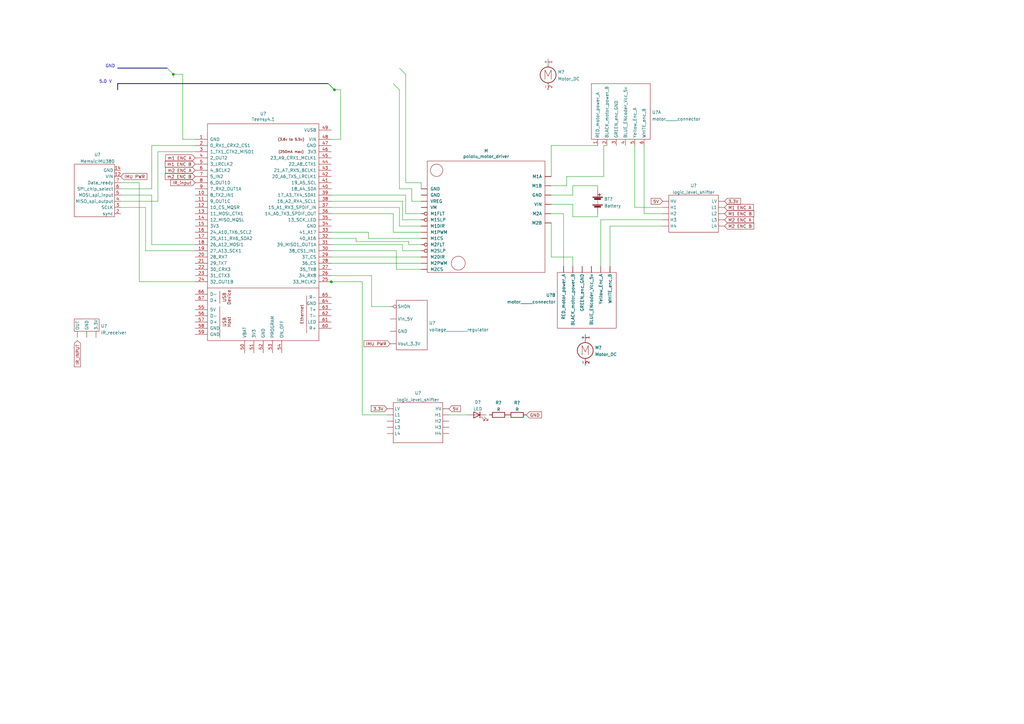
<source format=kicad_sch>
(kicad_sch (version 20210621) (generator eeschema)
  (paper "A3")
  (lib_symbols
    (symbol "Device:Battery" (pin_numbers hide) (pin_names (offset 0) hide)
      (property "Reference" "BT" (at 2.54 2.54 0))
      (property "Value" "Battery" (at 2.54 0 0))
      (symbol "Battery_0_1"
        (rectangle (start -2.032 -1.397) (end 2.032 -1.651) (fill (type outline)))
        (rectangle (start -2.032 1.778) (end 2.032 1.524) (fill (type outline)))
        (rectangle (start -1.3208 -1.9812) (end 1.27 -2.4892) (fill (type outline)))
        (rectangle (start -1.3208 1.1938) (end 1.27 0.6858) (fill (type outline)))
        (polyline (pts (xy 0 -1.524) (xy 0 -1.27)))
        (polyline (pts (xy 0 -1.016) (xy 0 -0.762)))
        (polyline (pts (xy 0 -0.508) (xy 0 -0.254)))
        (polyline (pts (xy 0 0) (xy 0 0.254)))
        (polyline (pts (xy 0 0.508) (xy 0 0.762)))
        (polyline (pts (xy 0 1.778) (xy 0 2.54)))
        (polyline (pts (xy 0.254 2.667) (xy 1.27 2.667)) (stroke (width 0.254)))
        (polyline (pts (xy 0.762 3.175) (xy 0.762 2.159)) (stroke (width 0.254)))
      )
      (symbol "Battery_1_1"
        (pin passive line (at 0 5.08 270) (length 2.54) (name "+") (number "1"))
        (pin passive line (at 0 -5.08 90) (length 2.54) (name "-") (number "2"))
      )
    )
    (symbol "Device:LED" (pin_numbers hide) (pin_names (offset 1.016) hide)
      (property "Reference" "D" (at 0 2.54 0))
      (property "Value" "LED" (at 0 -2.54 0))
      (symbol "LED_0_1"
        (polyline (pts (xy -1.27 -1.27) (xy -1.27 1.27)) (stroke (width 0.254)))
        (polyline (pts (xy -1.27 0) (xy 1.27 0)))
        (polyline (pts (xy 1.27 -1.27) (xy 1.27 1.27) (xy -1.27 0) (xy 1.27 -1.27)) (stroke (width 0.254)))
        (polyline (pts (xy -3.048 -0.762) (xy -4.572 -2.286) (xy -3.81 -2.286) (xy -4.572 -2.286) (xy -4.572 -1.524)))
        (polyline (pts (xy -1.778 -0.762) (xy -3.302 -2.286) (xy -2.54 -2.286) (xy -3.302 -2.286) (xy -3.302 -1.524)))
      )
      (symbol "LED_1_1"
        (pin passive line (at -3.81 0 0) (length 2.54) (name "K") (number "1"))
        (pin passive line (at 3.81 0 180) (length 2.54) (name "A") (number "2"))
      )
    )
    (symbol "Device:R" (pin_numbers hide) (pin_names (offset 0))
      (property "Reference" "R" (at 2.032 0 90))
      (property "Value" "R" (at 0 0 90))
      (symbol "R_0_1"
        (rectangle (start -1.016 -2.54) (end 1.016 2.54) (stroke (width 0.254)))
      )
      (symbol "R_1_1"
        (pin passive line (at 0 3.81 270) (length 1.27) (name "~") (number "1"))
        (pin passive line (at 0 -3.81 90) (length 1.27) (name "~") (number "2"))
      )
    )
    (symbol "Motor:Motor_DC" (pin_names (offset 0))
      (property "Reference" "M" (at 2.54 2.54 0))
      (property "Value" "Motor_DC" (at 2.54 -5.08 0))
      (symbol "Motor_DC_0_0"
        (polyline (pts (xy -1.27 -3.302) (xy -1.27 0.508) (xy 0 -2.032) (xy 1.27 0.508) (xy 1.27 -3.302)))
      )
      (symbol "Motor_DC_0_1"
        (circle (center 0 -1.524) (radius 3.2512) (stroke (width 0.254)))
        (polyline (pts (xy 0 -7.62) (xy 0 -7.112)))
        (polyline (pts (xy 0 -4.7752) (xy 0 -5.1816)))
        (polyline (pts (xy 0 1.7272) (xy 0 2.0828)))
        (polyline (pts (xy 0 2.032) (xy 0 2.54)))
      )
      (symbol "Motor_DC_1_1"
        (pin passive line (at 0 5.08 270) (length 2.54) (name "+") (number "1"))
        (pin passive line (at 0 -7.62 90) (length 2.54) (name "-") (number "2"))
      )
    )
    (symbol "logic_level_shifter_1"
      (property "Reference" "U?" (at 0 0.1058 0))
      (property "Value" "logic_level_shifter" (at 0 -2.6693 0))
      (symbol "logic_level_shifter_1_0_1"
        (rectangle (start -10.16 -3.81) (end 10.16 -20.32) (stroke (width 0.1524)))
      )
      (symbol "logic_level_shifter_1_1_1"
        (pin bidirectional line (at 12.7 -8.89 180) (length 2.54) (name "H1") (number ""))
        (pin bidirectional line (at 12.7 -11.43 180) (length 2.54) (name "H2") (number ""))
        (pin bidirectional line (at 12.7 -13.97 180) (length 2.54) (name "H3") (number ""))
        (pin bidirectional line (at 12.7 -16.51 180) (length 2.54) (name "H4") (number ""))
        (pin input line (at 12.7 -6.35 180) (length 2.54) (name "HV") (number ""))
        (pin bidirectional line (at -12.7 -8.89 0) (length 2.54) (name "L1") (number ""))
        (pin bidirectional line (at -12.7 -11.43 0) (length 2.54) (name "L2") (number ""))
        (pin bidirectional line (at -12.7 -13.97 0) (length 2.54) (name "L3") (number ""))
        (pin bidirectional line (at -12.7 -16.51 0) (length 2.54) (name "L4") (number ""))
        (pin input line (at -12.7 -6.35 0) (length 2.54) (name "LV") (number ""))
      )
    )
    (symbol "motor_____connector_1" (pin_numbers hide)
      (property "Reference" "U" (at 0 0 0))
      (property "Value" "motor_____connector_1" (at 0 0 0))
      (symbol "motor_____connector_1_0_1"
        (rectangle (start -10.16 -2.54) (end 13.97 -25.4) (stroke (width 0.1524)))
      )
      (symbol "motor_____connector_1_1_1"
        (pin input line (at -7.62 -27.94 90) (length 2.54) (name "RED_motor_power_A") (number "1"))
        (pin input line (at -3.81 -27.94 90) (length 2.54) (name "BLACK_motor_power_B") (number "2"))
        (pin input line (at 0 -27.94 90) (length 2.54) (name "GREEN_enc_GND") (number "3"))
        (pin input line (at 3.81 -27.94 90) (length 2.54) (name "BLUE_ENcoder_Vcc_5v") (number "4"))
        (pin output line (at 7.62 -27.94 90) (length 2.54) (name "Yellow_Enc_A") (number "5"))
        (pin output line (at 11.43 -27.94 90) (length 2.54) (name "WHITE_enc_B") (number "6"))
      )
      (symbol "motor_____connector_1_2_1"
        (pin input line (at -3.81 -27.94 90) (length 2.54) (name "BLACK_motor_power_B") (number "-UB"))
        (pin output line (at 7.62 -27.94 90) (length 2.54) (name "Yellow_Enc_A") (number "-UB"))
        (pin input line (at -7.62 -27.94 90) (length 2.54) (name "RED_motor_power_A") (number "1-UB"))
        (pin input line (at 0 -27.94 90) (length 2.54) (name "GREEN_enc_GND") (number "3-UB"))
        (pin input line (at 3.81 -27.94 90) (length 2.54) (name "BLUE_ENcoder_Vcc_5v") (number "4-UB"))
        (pin output line (at 11.43 -27.94 90) (length 2.54) (name "WHITE_enc_B") (number "6-UB"))
      )
    )
    (symbol "teensy:Teensy4.1" (pin_names (offset 1.016))
      (property "Reference" "U" (at 0 64.77 0))
      (property "Value" "Teensy4.1" (at 0 62.23 0))
      (symbol "Teensy4.1_0_0"
        (text "(250mA max)" (at 11.43 49.53 0) (effects (font (size 1.016 1.016))))
        (text "(3.6v to 5.5v)" (at 11.43 54.61 0) (effects (font (size 1.016 1.016))))
        (text "Device" (at -13.97 -10.16 900) (effects (font (size 1.27 1.27))))
        (text "Ethernet" (at 15.875 -17.145 900) (effects (font (size 1.27 1.27))))
        (text "Host" (at -13.97 -20.32 900) (effects (font (size 1.27 1.27))))
        (text "USB" (at -15.875 -20.32 900) (effects (font (size 1.27 1.27))))
        (text "USB" (at -15.875 -10.16 900) (effects (font (size 1.27 1.27))))
        (polyline (pts (xy -22.86 -6.35) (xy 22.86 -6.35)))
        (polyline (pts (xy -17.78 -26.67) (xy -17.78 -13.97)))
        (polyline (pts (xy -17.78 -7.62) (xy -17.78 -12.7)))
        (polyline (pts (xy 17.78 -9.525) (xy 17.78 -24.765)))
        (pin bidirectional line (at -27.94 31.75 0) (length 5.08) (name "8_TX2_IN1") (number "10"))
        (pin bidirectional line (at -27.94 29.21 0) (length 5.08) (name "9_OUT1C") (number "11"))
        (pin bidirectional line (at -27.94 26.67 0) (length 5.08) (name "10_CS_MQSR") (number "12"))
        (pin bidirectional line (at -27.94 24.13 0) (length 5.08) (name "11_MOSI_CTX1") (number "13"))
        (pin bidirectional line (at -27.94 21.59 0) (length 5.08) (name "12_MISO_MQSL") (number "14"))
        (pin power_in line (at -27.94 19.05 0) (length 5.08) (name "3V3") (number "15"))
        (pin bidirectional line (at -27.94 16.51 0) (length 5.08) (name "24_A10_TX6_SCL2") (number "16"))
        (pin bidirectional line (at -27.94 13.97 0) (length 5.08) (name "25_A11_RX6_SDA2") (number "17"))
        (pin bidirectional line (at -27.94 11.43 0) (length 5.08) (name "26_A12_MOSI1") (number "18"))
        (pin bidirectional line (at -27.94 8.89 0) (length 5.08) (name "27_A13_SCK1") (number "19"))
        (pin bidirectional line (at -27.94 6.35 0) (length 5.08) (name "28_RX7") (number "20"))
        (pin bidirectional line (at -27.94 3.81 0) (length 5.08) (name "29_TX7") (number "21"))
        (pin bidirectional line (at -27.94 1.27 0) (length 5.08) (name "30_CRX3") (number "22"))
        (pin bidirectional line (at -27.94 -1.27 0) (length 5.08) (name "31_CTX3") (number "23"))
        (pin bidirectional line (at -27.94 -3.81 0) (length 5.08) (name "32_OUT1B") (number "24"))
        (pin bidirectional line (at 27.94 -3.81 180) (length 5.08) (name "33_MCLK2") (number "25"))
        (pin bidirectional line (at 27.94 -1.27 180) (length 5.08) (name "34_RX8") (number "26"))
        (pin bidirectional line (at 27.94 1.27 180) (length 5.08) (name "35_TX8") (number "27"))
        (pin bidirectional line (at 27.94 3.81 180) (length 5.08) (name "36_CS") (number "28"))
        (pin bidirectional line (at 27.94 6.35 180) (length 5.08) (name "37_CS") (number "29"))
        (pin bidirectional line (at 27.94 8.89 180) (length 5.08) (name "38_CS1_IN1") (number "30"))
        (pin bidirectional line (at 27.94 11.43 180) (length 5.08) (name "39_MISO1_OUT1A") (number "31"))
        (pin bidirectional line (at 27.94 13.97 180) (length 5.08) (name "40_A16") (number "32"))
        (pin bidirectional line (at 27.94 16.51 180) (length 5.08) (name "41_A17") (number "33"))
        (pin bidirectional line (at 27.94 21.59 180) (length 5.08) (name "13_SCK_LED") (number "35"))
        (pin bidirectional line (at 27.94 24.13 180) (length 5.08) (name "14_A0_TX3_SPDIF_OUT") (number "36"))
        (pin bidirectional line (at 27.94 26.67 180) (length 5.08) (name "15_A1_RX3_SPDIF_IN") (number "37"))
        (pin bidirectional line (at 27.94 29.21 180) (length 5.08) (name "16_A2_RX4_SCL1") (number "38"))
        (pin bidirectional line (at 27.94 31.75 180) (length 5.08) (name "17_A3_TX4_SDA1") (number "39"))
        (pin bidirectional line (at 27.94 34.29 180) (length 5.08) (name "18_A4_SDA") (number "40"))
        (pin bidirectional line (at 27.94 36.83 180) (length 5.08) (name "19_A5_SCL") (number "41"))
        (pin bidirectional line (at 27.94 39.37 180) (length 5.08) (name "20_A6_TX5_LRCLK1") (number "42"))
        (pin bidirectional line (at 27.94 41.91 180) (length 5.08) (name "21_A7_RX5_BCLK1") (number "43"))
        (pin bidirectional line (at 27.94 44.45 180) (length 5.08) (name "22_A8_CTX1") (number "44"))
        (pin bidirectional line (at 27.94 46.99 180) (length 5.08) (name "23_A9_CRX1_MCLK1") (number "45"))
        (pin output line (at 27.94 49.53 180) (length 5.08) (name "3V3") (number "46"))
        (pin output line (at 27.94 52.07 180) (length 5.08) (name "GND") (number "47"))
        (pin power_in line (at 27.94 54.61 180) (length 5.08) (name "VIN") (number "48"))
        (pin power_out line (at 27.94 58.42 180) (length 5.08) (name "VUSB") (number "49"))
        (pin bidirectional line (at -27.94 44.45 0) (length 5.08) (name "3_LRCLK2") (number "5"))
        (pin power_in line (at -7.62 -33.02 90) (length 5.08) (name "VBAT") (number "50"))
        (pin power_in line (at -3.81 -33.02 90) (length 5.08) (name "3V3") (number "51"))
        (pin input line (at 0 -33.02 90) (length 5.08) (name "GND") (number "52"))
        (pin input line (at 3.81 -33.02 90) (length 5.08) (name "PROGRAM") (number "53"))
        (pin input line (at 7.62 -33.02 90) (length 5.08) (name "ON_OFF") (number "54"))
        (pin power_out line (at -27.94 -15.24 0) (length 5.08) (name "5V") (number "55"))
        (pin bidirectional line (at -27.94 -17.78 0) (length 5.08) (name "D-") (number "56"))
        (pin bidirectional line (at -27.94 -20.32 0) (length 5.08) (name "D+") (number "57"))
        (pin power_in line (at -27.94 -22.86 0) (length 5.08) (name "GND") (number "58"))
        (pin power_in line (at -27.94 -25.4 0) (length 5.08) (name "GND") (number "59"))
        (pin bidirectional line (at -27.94 41.91 0) (length 5.08) (name "4_BCLK2") (number "6"))
        (pin bidirectional line (at 27.94 -22.86 180) (length 5.08) (name "R+") (number "60"))
        (pin bidirectional line (at 27.94 -20.32 180) (length 5.08) (name "LED") (number "61"))
        (pin bidirectional line (at 27.94 -17.78 180) (length 5.08) (name "T-") (number "62"))
        (pin bidirectional line (at 27.94 -15.24 180) (length 5.08) (name "T+") (number "63"))
        (pin power_in line (at 27.94 -12.7 180) (length 5.08) (name "GND") (number "64"))
        (pin bidirectional line (at 27.94 -10.16 180) (length 5.08) (name "R-") (number "65"))
        (pin bidirectional line (at -27.94 -8.89 0) (length 5.08) (name "D-") (number "66"))
        (pin bidirectional line (at -27.94 -11.43 0) (length 5.08) (name "D+") (number "67"))
        (pin bidirectional line (at -27.94 39.37 0) (length 5.08) (name "5_IN2") (number "7"))
        (pin bidirectional line (at -27.94 36.83 0) (length 5.08) (name "6_OUT1D") (number "8"))
        (pin bidirectional line (at -27.94 34.29 0) (length 5.08) (name "7_RX2_OUT1A") (number "9"))
      )
      (symbol "Teensy4.1_0_1"
        (rectangle (start -22.86 60.96) (end 22.86 -27.94))
        (rectangle (start -20.32 -1.27) (end -20.32 -1.27))
      )
      (symbol "Teensy4.1_1_1"
        (pin power_in line (at -27.94 54.61 0) (length 5.08) (name "GND") (number "1"))
        (pin bidirectional line (at -27.94 52.07 0) (length 5.08) (name "0_RX1_CRX2_CS1") (number "2"))
        (pin bidirectional line (at -27.94 49.53 0) (length 5.08) (name "1_TX1_CTX2_MISO1") (number "3"))
        (pin power_in line (at 27.94 19.05 180) (length 5.08) (name "GND") (number "34"))
        (pin bidirectional line (at -27.94 46.99 0) (length 5.08) (name "2_OUT2") (number "4"))
      )
    )
    (symbol "teetest:IR_receiver"
      (property "Reference" "U" (at 0 -1.27 0))
      (property "Value" "IR_receiver" (at 0 -1.27 0))
      (symbol "IR_receiver_0_1"
        (rectangle (start -5.08 -2.54) (end 5.08 -7.62) (stroke (width 0.1524)))
      )
      (symbol "IR_receiver_1_1"
        (pin input line (at 3.81 -10.16 90) (length 2.54) (name "3.3V") (number ""))
        (pin input line (at 0 -10.16 90) (length 2.54) (name "GND") (number ""))
        (pin input line (at -3.81 -10.16 90) (length 2.54) (name "OUT") (number ""))
      )
    )
    (symbol "teetest:MemsicIMU380"
      (property "Reference" "U" (at 0 1.27 0))
      (property "Value" "MemsicIMU380" (at 0 1.27 0))
      (symbol "MemsicIMU380_0_1"
        (rectangle (start -7.62 0) (end 13.97 -16.51) (stroke (width 0.1524)))
      )
      (symbol "MemsicIMU380_1_1"
        (pin input line (at 8.89 -19.05 90) (length 2.54) (name "VIN") (number "12"))
        (pin input line (at 11.43 -19.05 90) (length 2.54) (name "GND") (number "14"))
        (pin input line (at -6.35 -19.05 90) (length 2.54) (name "sync") (number "2"))
        (pin input line (at -3.81 -19.05 90) (length 2.54) (name "SCLK") (number "3"))
        (pin output line (at -1.27 -19.05 90) (length 2.54) (name "MISO_spi_output") (number "4"))
        (pin input line (at 1.27 -19.05 90) (length 2.54) (name "MOSI_spi_input") (number "5"))
        (pin input line (at 3.81 -19.05 90) (length 2.54) (name "SPI_chip_select") (number "6"))
        (pin output line (at 6.35 -19.05 90) (length 2.54) (name "Data_ready") (number "7"))
      )
    )
    (symbol "teetest:logic_level_shifter"
      (property "Reference" "U" (at 0 0 0))
      (property "Value" "logic_level_shifter" (at 0 0 0))
      (symbol "logic_level_shifter_0_1"
        (rectangle (start -10.16 -3.81) (end 10.16 -19.05) (stroke (width 0.1524)))
      )
      (symbol "logic_level_shifter_1_1"
        (pin bidirectional line (at 12.7 -8.89 180) (length 2.54) (name "H1") (number ""))
        (pin bidirectional line (at 12.7 -11.43 180) (length 2.54) (name "H2") (number ""))
        (pin bidirectional line (at 12.7 -13.97 180) (length 2.54) (name "H3") (number ""))
        (pin bidirectional line (at 12.7 -16.51 180) (length 2.54) (name "H4") (number ""))
        (pin input line (at 12.7 -6.35 180) (length 2.54) (name "HV") (number ""))
        (pin bidirectional line (at -12.7 -8.89 0) (length 2.54) (name "L1") (number ""))
        (pin bidirectional line (at -12.7 -11.43 0) (length 2.54) (name "L2") (number ""))
        (pin bidirectional line (at -12.7 -13.97 0) (length 2.54) (name "L3") (number ""))
        (pin bidirectional line (at -12.7 -16.51 0) (length 2.54) (name "L4") (number ""))
        (pin input line (at -12.7 -6.35 0) (length 2.54) (name "LV") (number ""))
      )
    )
    (symbol "teetest:motor_____connector"
      (property "Reference" "U" (at 0 0 0))
      (property "Value" "motor_____connector" (at 0 0 0))
      (symbol "motor_____connector_0_1"
        (rectangle (start -10.16 -2.54) (end 13.97 -25.4) (stroke (width 0.1524)))
      )
      (symbol "motor_____connector_1_1"
        (pin input line (at -7.62 -27.94 90) (length 2.54) (name "RED_motor_power_A") (number "1"))
        (pin input line (at -3.81 -27.94 90) (length 2.54) (name "BLACK_motor_power_B") (number "2"))
        (pin input line (at 0 -27.94 90) (length 2.54) (name "GREEN_enc_GND") (number "3"))
        (pin input line (at 3.81 -27.94 90) (length 2.54) (name "BLUE_ENcoder_Vcc_5v") (number "4"))
        (pin output line (at 7.62 -27.94 90) (length 2.54) (name "Yellow_Enc_A") (number "5"))
        (pin output line (at 11.43 -27.94 90) (length 2.54) (name "WHITE_enc_B") (number "6"))
      )
      (symbol "motor_____connector_2_1"
        (pin input line (at -3.81 -27.94 90) (length 2.54) (name "BLACK_motor_power_B") (number "-UB"))
        (pin output line (at 7.62 -27.94 90) (length 2.54) (name "Yellow_Enc_A") (number "-UB"))
        (pin input line (at -7.62 -27.94 90) (length 2.54) (name "RED_motor_power_A") (number "1-UB"))
        (pin input line (at 0 -27.94 90) (length 2.54) (name "GREEN_enc_GND") (number "3-UB"))
        (pin input line (at 3.81 -27.94 90) (length 2.54) (name "BLUE_ENcoder_Vcc_5v") (number "4-UB"))
        (pin output line (at 11.43 -27.94 90) (length 2.54) (name "WHITE_enc_B") (number "6-UB"))
      )
    )
    (symbol "teetest:voltage_________regulator"
      (property "Reference" "U" (at 0 0 0))
      (property "Value" "voltage_________regulator" (at 0 0 0))
      (symbol "voltage_________regulator_0_1"
        (rectangle (start -10.16 -2.54) (end 10.16 -15.24) (stroke (width 0.1524)))
      )
      (symbol "voltage_________regulator_1_1"
        (pin input line (at 2.54 -17.78 90) (length 2.54) (name "GND") (number ""))
        (pin input inverted (at -7.62 -17.78 90) (length 2.54) (name "SHDN") (number ""))
        (pin input line (at -2.54 -17.78 90) (length 2.54) (name "Vin_5V") (number ""))
        (pin input line (at 7.62 -17.78 90) (length 2.54) (name "Vout_3.3V") (number ""))
      )
    )
    (symbol "teetest_kikad:pololu_motor_driver" (pin_numbers hide) (pin_names (offset 1.2192))
      (property "Reference" "M" (at -3.81 39.37 0))
      (property "Value" "pololu_motor_driver" (at -3.81 39.37 0))
      (symbol "pololu_motor_driver_0_1"
        (circle (center -15.24 34.29) (radius 2.54))
        (circle (center -6.35 -3.81) (radius 2.8448))
        (rectangle (start -19.05 38.1) (end 29.21 -7.62))
      )
      (symbol "pololu_motor_driver_1_1"
        (pin output line (at -21.59 24.13 0) (length 2.54) (name "GND") (number "~"))
        (pin output line (at -21.59 26.67 0) (length 2.54) (name "GND") (number "~"))
        (pin output line (at 31.75 24.13 180) (length 2.54) (name "GND") (number "~"))
        (pin output line (at 31.75 31.75 180) (length 2.54) (name "M1A") (number "~"))
        (pin output line (at 31.75 27.94 180) (length 2.54) (name "M1B") (number "~"))
        (pin output line (at -21.59 6.35 0) (length 2.54) (name "M1CS") (number "~"))
        (pin output line (at -21.59 11.43 0) (length 2.54) (name "M1DIR") (number "~"))
        (pin output inverted (at -21.59 16.51 0) (length 2.54) (name "M1FLT") (number "~"))
        (pin output line (at -21.59 8.89 0) (length 2.54) (name "M1PWM") (number "~"))
        (pin output inverted (at -21.59 13.97 0) (length 2.54) (name "M1SLP") (number "~"))
        (pin output line (at 31.75 16.51 180) (length 2.54) (name "M2A") (number "~"))
        (pin output line (at 31.75 12.7 180) (length 2.54) (name "M2B") (number "~"))
        (pin output line (at -21.59 -6.35 0) (length 2.54) (name "M2CS") (number "~"))
        (pin output line (at -21.59 -1.27 0) (length 2.54) (name "M2DIR") (number "~"))
        (pin output inverted (at -21.59 3.81 0) (length 2.54) (name "M2FLT") (number "~"))
        (pin output line (at -21.59 -3.81 0) (length 2.54) (name "M2PWM") (number "~"))
        (pin output inverted (at -21.59 1.27 0) (length 2.54) (name "M2SLP") (number "~"))
        (pin output line (at 31.75 20.32 180) (length 2.54) (name "VIN") (number "~"))
        (pin output line (at -21.59 19.05 0) (length 2.54) (name "VM") (number "~"))
        (pin output line (at -21.59 21.59 0) (length 2.54) (name "VREG") (number "~"))
      )
    )
  )
  (junction (at 71.12 30.48))
  (junction (at 135.89 115.57))
  (junction (at 137.16 36.83))
  (bus_entry (at 68.58 27.94) (size 2.54 2.54))
  (bus_entry (at 134.62 34.29) (size 2.54 2.54))
  (bus_entry (at 134.62 34.29) (size 2.54 2.54))
  (bus_entry (at 161.29 34.29) (size 2.54 2.54))
  (bus_entry (at 163.83 27.94) (size 2.54 2.54))
  (wire (pts (xy 49.53 74.93) (xy 57.15 74.93)))
  (wire (pts (xy 49.53 77.47) (xy 62.23 77.47)))
  (wire (pts (xy 49.53 80.01) (xy 62.23 80.01)))
  (wire (pts (xy 49.53 82.55) (xy 64.77 82.55)))
  (wire (pts (xy 49.53 85.09) (xy 59.69 85.09)))
  (wire (pts (xy 57.15 74.93) (xy 57.15 115.57)))
  (wire (pts (xy 57.15 115.57) (xy 80.01 115.57)))
  (wire (pts (xy 59.69 85.09) (xy 59.69 102.87)))
  (wire (pts (xy 59.69 102.87) (xy 80.01 102.87)))
  (wire (pts (xy 62.23 59.69) (xy 80.01 59.69)))
  (wire (pts (xy 62.23 77.47) (xy 62.23 59.69)))
  (wire (pts (xy 62.23 80.01) (xy 62.23 100.33)))
  (wire (pts (xy 62.23 100.33) (xy 80.01 100.33)))
  (wire (pts (xy 64.77 62.23) (xy 80.01 62.23)))
  (wire (pts (xy 64.77 82.55) (xy 64.77 62.23)))
  (wire (pts (xy 71.12 30.48) (xy 74.93 30.48)))
  (wire (pts (xy 71.12 31.75) (xy 71.12 30.48)))
  (wire (pts (xy 74.93 30.48) (xy 74.93 57.15)))
  (wire (pts (xy 74.93 57.15) (xy 80.01 57.15)))
  (wire (pts (xy 134.62 115.57) (xy 135.89 115.57)))
  (wire (pts (xy 135.89 57.15) (xy 139.7 57.15)))
  (wire (pts (xy 135.89 80.01) (xy 166.37 80.01)))
  (wire (pts (xy 135.89 82.55) (xy 165.1 82.55)))
  (wire (pts (xy 135.89 85.09) (xy 163.83 85.09)))
  (wire (pts (xy 135.89 87.63) (xy 161.29 87.63)))
  (wire (pts (xy 135.89 95.25) (xy 151.13 95.25)))
  (wire (pts (xy 135.89 97.79) (xy 146.05 97.79)))
  (wire (pts (xy 135.89 100.33) (xy 165.1 100.33)))
  (wire (pts (xy 135.89 102.87) (xy 162.56 102.87)))
  (wire (pts (xy 135.89 105.41) (xy 172.72 105.41)))
  (wire (pts (xy 135.89 107.95) (xy 172.72 107.95)))
  (wire (pts (xy 135.89 113.03) (xy 152.4 113.03)))
  (wire (pts (xy 135.89 115.57) (xy 148.59 115.57)))
  (wire (pts (xy 139.7 36.83) (xy 137.16 36.83)))
  (wire (pts (xy 139.7 57.15) (xy 139.7 36.83)))
  (wire (pts (xy 146.05 99.06) (xy 146.05 97.79)))
  (wire (pts (xy 148.59 170.18) (xy 148.59 115.57)))
  (wire (pts (xy 151.13 97.79) (xy 151.13 95.25)))
  (wire (pts (xy 152.4 113.03) (xy 152.4 125.73)))
  (wire (pts (xy 152.4 125.73) (xy 160.02 125.73)))
  (wire (pts (xy 158.75 170.18) (xy 148.59 170.18)))
  (wire (pts (xy 161.29 95.25) (xy 161.29 87.63)))
  (wire (pts (xy 162.56 110.49) (xy 162.56 102.87)))
  (wire (pts (xy 163.83 36.83) (xy 163.83 77.47)))
  (wire (pts (xy 163.83 77.47) (xy 168.91 77.47)))
  (wire (pts (xy 163.83 92.71) (xy 163.83 85.09)))
  (wire (pts (xy 165.1 90.17) (xy 165.1 82.55)))
  (wire (pts (xy 165.1 102.87) (xy 165.1 100.33)))
  (wire (pts (xy 166.37 30.48) (xy 166.37 74.93)))
  (wire (pts (xy 166.37 74.93) (xy 172.72 74.93)))
  (wire (pts (xy 166.37 87.63) (xy 166.37 80.01)))
  (wire (pts (xy 167.64 99.06) (xy 146.05 99.06)))
  (wire (pts (xy 167.64 100.33) (xy 167.64 99.06)))
  (wire (pts (xy 168.91 77.47) (xy 168.91 82.55)))
  (wire (pts (xy 168.91 82.55) (xy 172.72 82.55)))
  (wire (pts (xy 172.72 74.93) (xy 172.72 77.47)))
  (wire (pts (xy 172.72 87.63) (xy 166.37 87.63)))
  (wire (pts (xy 172.72 90.17) (xy 165.1 90.17)))
  (wire (pts (xy 172.72 92.71) (xy 163.83 92.71)))
  (wire (pts (xy 172.72 95.25) (xy 161.29 95.25)))
  (wire (pts (xy 172.72 97.79) (xy 151.13 97.79)))
  (wire (pts (xy 172.72 100.33) (xy 167.64 100.33)))
  (wire (pts (xy 172.72 102.87) (xy 165.1 102.87)))
  (wire (pts (xy 172.72 110.49) (xy 162.56 110.49)))
  (wire (pts (xy 184.15 170.18) (xy 191.77 170.18)))
  (wire (pts (xy 226.06 59.69) (xy 245.11 59.69)))
  (wire (pts (xy 226.06 72.39) (xy 226.06 59.69)))
  (wire (pts (xy 226.06 76.2) (xy 232.41 76.2)))
  (wire (pts (xy 226.06 80.01) (xy 234.95 80.01)))
  (wire (pts (xy 226.06 83.82) (xy 234.95 83.82)))
  (wire (pts (xy 226.06 87.63) (xy 231.14 87.63)))
  (wire (pts (xy 226.06 91.44) (xy 226.06 105.41)))
  (wire (pts (xy 226.06 105.41) (xy 234.95 105.41)))
  (wire (pts (xy 231.14 87.63) (xy 231.14 109.22)))
  (wire (pts (xy 232.41 72.39) (xy 247.65 72.39)))
  (wire (pts (xy 232.41 76.2) (xy 232.41 72.39)))
  (wire (pts (xy 234.95 76.2) (xy 245.11 76.2)))
  (wire (pts (xy 234.95 80.01) (xy 234.95 76.2)))
  (wire (pts (xy 234.95 83.82) (xy 234.95 88.9)))
  (wire (pts (xy 234.95 88.9) (xy 245.11 88.9)))
  (wire (pts (xy 234.95 105.41) (xy 234.95 109.22)))
  (wire (pts (xy 245.11 76.2) (xy 245.11 77.47)))
  (wire (pts (xy 245.11 87.63) (xy 245.11 88.9)))
  (wire (pts (xy 246.38 90.17) (xy 271.78 90.17)))
  (wire (pts (xy 246.38 109.22) (xy 246.38 90.17)))
  (wire (pts (xy 247.65 59.69) (xy 247.65 72.39)))
  (wire (pts (xy 248.92 59.69) (xy 247.65 59.69)))
  (wire (pts (xy 250.19 92.71) (xy 271.78 92.71)))
  (wire (pts (xy 250.19 109.22) (xy 250.19 92.71)))
  (wire (pts (xy 260.35 59.69) (xy 260.35 85.09)))
  (wire (pts (xy 260.35 85.09) (xy 271.78 85.09)))
  (wire (pts (xy 264.16 59.69) (xy 264.16 87.63)))
  (wire (pts (xy 264.16 87.63) (xy 271.78 87.63)))
  (bus (pts (xy 48.26 27.94) (xy 187.96 27.94)))
  (bus (pts (xy 48.26 34.29) (xy 48.26 36.83)))
  (bus (pts (xy 48.26 34.29) (xy 184.15 34.29)))
  (text "5.0 V" (at 40.64 34.29 0) (effects (font (size 1.27 1.27)) (justify left bottom)))
  (text "GND" (at 43.18 27.94 0) (effects (font (size 1.27 1.27)) (justify left bottom)))
  (global_label "IR_INPUT" (shape input) (at 31.75 139.7 270) (property "Intersheet References" "${INTERSHEET_REFS}" (effects hide)))
  (global_label "IMU PWR" (shape input) (at 49.53 72.39 0) (property "Intersheet References" "${INTERSHEET_REFS}" (effects hide)))
  (global_label "m1 ENC A" (shape input) (at 80.01 64.77 180) (property "Intersheet References" "${INTERSHEET_REFS}" (effects hide)))
  (global_label "m1 ENC B" (shape input) (at 80.01 67.31 180) (property "Intersheet References" "${INTERSHEET_REFS}" (effects hide)))
  (global_label "m2 ENC A" (shape input) (at 80.01 69.85 180) (property "Intersheet References" "${INTERSHEET_REFS}" (effects hide)))
  (global_label "m2 ENC B" (shape input) (at 80.01 72.39 180) (property "Intersheet References" "${INTERSHEET_REFS}" (effects hide)))
  (global_label "IR_input" (shape input) (at 80.01 74.93 180) (property "Intersheet References" "${INTERSHEET_REFS}" (effects hide)))
  (global_label "3.3V" (shape input) (at 158.75 167.64 180) (property "Intersheet References" "${INTERSHEET_REFS}" (effects hide)))
  (global_label "IMU PWR" (shape input) (at 160.02 140.97 180) (property "Intersheet References" "${INTERSHEET_REFS}" (effects hide)))
  (global_label "5V" (shape input) (at 184.15 167.64 0) (property "Intersheet References" "${INTERSHEET_REFS}" (effects hide)))
  (global_label "GND" (shape input) (at 215.9 170.18 0) (property "Intersheet References" "${INTERSHEET_REFS}" (effects hide)))
  (global_label "5V" (shape input) (at 271.78 82.55 180) (property "Intersheet References" "${INTERSHEET_REFS}" (effects hide)))
  (global_label "3.3V" (shape input) (at 297.18 82.55 0) (property "Intersheet References" "${INTERSHEET_REFS}" (effects hide)))
  (global_label "M1 ENC A" (shape input) (at 297.18 85.09 0) (property "Intersheet References" "${INTERSHEET_REFS}" (effects hide)))
  (global_label "M1 ENC B" (shape input) (at 297.18 87.63 0) (property "Intersheet References" "${INTERSHEET_REFS}" (effects hide)))
  (global_label "M2 ENC A" (shape input) (at 297.18 90.17 0) (property "Intersheet References" "${INTERSHEET_REFS}" (effects hide)))
  (global_label "M2 ENC B" (shape input) (at 297.18 92.71 0) (property "Intersheet References" "${INTERSHEET_REFS}" (effects hide)))
  (symbol (lib_id "Device:R") (at 204.47 170.18 270) (unit 1)
    (property "Reference" "R?" (at 204.47 165.1974 90))
    (property "Value" "R" (at 204.47 167.9725 90))
  )
  (symbol (lib_id "Device:R") (at 212.09 170.18 270) (mirror x) (unit 1)
    (property "Reference" "R?" (at 212.09 165.1974 90))
    (property "Value" "R" (at 212.09 167.9725 90))
  )
  (symbol (lib_id "Device:LED") (at 195.58 170.18 0) (mirror y) (unit 1)
    (property "Reference" "D?" (at 195.961 164.9434 0))
    (property "Value" "LED" (at 195.961 167.7185 0))
  )
  (symbol (lib_id "Device:Battery") (at 245.11 82.55 0) (unit 1)
    (property "Reference" "BT?" (at 247.7771 81.6415 0) (effects (justify left)))
    (property "Value" "Battery" (at 247.7771 84.4166 0) (effects (justify left)))
  )
  (symbol (lib_id "teetest:IR_receiver") (at 35.56 128.27 0) (unit 1)
    (property "Reference" "U?" (at 41.3513 133.6734 0) (effects (justify left)))
    (property "Value" "IR_receiver" (at 41.3513 136.4485 0) (effects (justify left)))
  )
  (symbol (lib_id "Motor:Motor_DC") (at 224.79 29.21 0) (unit 1)
    (property "Reference" "M?" (at 228.8033 29.5715 0) (effects (justify left)))
    (property "Value" "Motor_DC" (at 228.8033 32.3466 0) (effects (justify left)))
  )
  (symbol (lib_id "Motor:Motor_DC") (at 240.03 142.24 0) (unit 1)
    (property "Reference" "M?" (at 244.0433 142.6015 0) (effects (justify left)))
    (property "Value" "Motor_DC" (at 244.0433 145.3766 0) (effects (justify left)))
  )
  (symbol (lib_id "teetest:voltage_________regulator") (at 177.8 133.35 270) (unit 1)
    (property "Reference" "U?" (at 175.9713 132.4415 90) (effects (justify left)))
    (property "Value" "voltage_________regulator" (at 175.9713 135.2166 90) (effects (justify left)))
  )
  (symbol (lib_id "teetest:logic_level_shifter") (at 284.48 76.2 0) (mirror y) (unit 1)
    (property "Reference" "U?" (at 284.48 76.0942 0))
    (property "Value" "logic_level_shifter" (at 284.48 78.8693 0))
  )
  (symbol (lib_id "teetest:MemsicIMU380") (at 30.48 81.28 90) (unit 1)
    (property "Reference" "U?" (at 39.9669 63.3942 90))
    (property "Value" "MemsicIMU380" (at 39.9669 66.1693 90))
  )
  (symbol (lib_name "logic_level_shifter_1") (lib_id "teetest:logic_level_shifter") (at 171.45 161.29 0) (unit 1)
    (property "Reference" "U?" (at 171.45 161.1842 0))
    (property "Value" "logic_level_shifter" (at 171.45 163.9593 0))
  )
  (symbol (lib_name "motor_____connector_1") (lib_id "teetest:motor_____connector") (at 238.76 137.16 0) (mirror x) (unit 2)
    (property "Reference" "U?" (at 227.8887 121.0496 0) (effects (justify right)))
    (property "Value" "motor_____connector" (at 227.8887 123.8247 0) (effects (justify right)))
  )
  (symbol (lib_id "teetest:motor_____connector") (at 252.73 31.75 0) (unit 1)
    (property "Reference" "U?" (at 267.4113 46.0434 0) (effects (justify left)))
    (property "Value" "motor_____connector" (at 267.4113 48.8185 0) (effects (justify left)))
  )
  (symbol (lib_id "teetest_kikad:pololu_motor_driver") (at 194.31 104.14 0) (unit 1)
    (property "Reference" "M" (at 199.39 61.849 0))
    (property "Value" "pololu_motor_driver" (at 199.39 64.1604 0))
    (property "Datasheet" "/home/igor/space/teetest/doc/motor_driver/Pololu_18v18.pdf" (effects hide))
  )
  (symbol (lib_id "teensy:Teensy4.1") (at 107.95 111.76 0) (unit 1)
    (property "Reference" "U?" (at 107.95 46.609 0))
    (property "Value" "Teensy4.1" (at 107.95 48.9204 0))
  )
)
</source>
